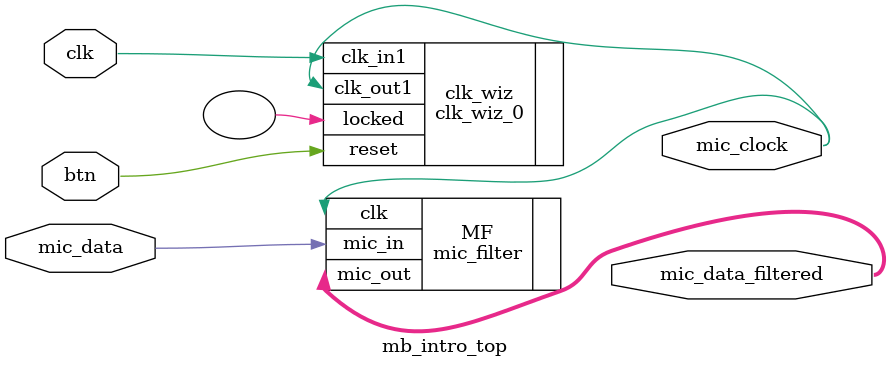
<source format=sv>
`timescale 1ns / 1ps

module mb_intro_top
   (input  logic clk,
    //output logic [15:0] led,
    input  logic btn,
    //output logic uart_rxd,
    //input  logic uart_txd,
    output logic mic_clock,
    input logic mic_data, 
    output logic [7:0] mic_data_filtered );



mic_filter MF (
    .mic_in(mic_data),
    .mic_out(mic_data_filtered),
    .clk(mic_clock)
);

//mb_block mb_block_i
//   (.clk_100MHz(clk),
//    .gpio_rtl_led_tri_o(led),
//    .gpio_rtl_mic_tri_i(mic_data_filtered),
//    .gpio_rtl_rst_tri_i(btn),
//    .reset_rtl_0(reset_rtl_0),
//    .uart_rtl_0_rxd(uart_rtl_0_txd),
//    .uart_rtl_0_txd(uart_rtl_0_rxd));
    
clk_wiz_0 clk_wiz (
    .clk_out1(mic_clock),
    .reset(btn),
    .locked(),
    .clk_in1(clk)
);


//  mb_block mb_block_i
//       (.clk_100MHz(clk),
//        .gpio_rtl_0_tri_o(led[0]),
//        .reset_rtl_0(~btn[0]),      //Note the inversion of the reset button. Buttons are active low, but the MicroBlaze reset is active high
//        .uart_rtl_0_rxd(uart_txd),  //Note the switcheroo between RTX and TXD. This is a common source of confusion in embedded development
//        .uart_rtl_0_txd(uart_rxd)); //RXD = Received Data, and TXD = Transmitted Data, but whether data is transmitted or received depeneds on the
//                                    //perspective. Here, the TXD port means transmitted by the FPGA (but received by the Urbana Board's UART chip)
endmodule

</source>
